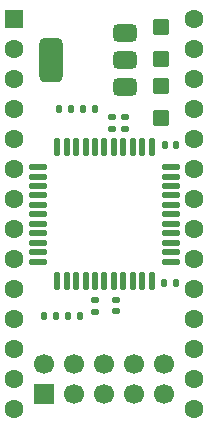
<source format=gbr>
%TF.GenerationSoftware,KiCad,Pcbnew,9.0.1*%
%TF.CreationDate,2025-05-01T11:14:46+01:00*%
%TF.ProjectId,SerialULA,53657269-616c-4554-9c41-2e6b69636164,01*%
%TF.SameCoordinates,Original*%
%TF.FileFunction,Soldermask,Top*%
%TF.FilePolarity,Negative*%
%FSLAX46Y46*%
G04 Gerber Fmt 4.6, Leading zero omitted, Abs format (unit mm)*
G04 Created by KiCad (PCBNEW 9.0.1) date 2025-05-01 11:14:46*
%MOMM*%
%LPD*%
G01*
G04 APERTURE LIST*
G04 Aperture macros list*
%AMRoundRect*
0 Rectangle with rounded corners*
0 $1 Rounding radius*
0 $2 $3 $4 $5 $6 $7 $8 $9 X,Y pos of 4 corners*
0 Add a 4 corners polygon primitive as box body*
4,1,4,$2,$3,$4,$5,$6,$7,$8,$9,$2,$3,0*
0 Add four circle primitives for the rounded corners*
1,1,$1+$1,$2,$3*
1,1,$1+$1,$4,$5*
1,1,$1+$1,$6,$7*
1,1,$1+$1,$8,$9*
0 Add four rect primitives between the rounded corners*
20,1,$1+$1,$2,$3,$4,$5,0*
20,1,$1+$1,$4,$5,$6,$7,0*
20,1,$1+$1,$6,$7,$8,$9,0*
20,1,$1+$1,$8,$9,$2,$3,0*%
G04 Aperture macros list end*
%ADD10RoundRect,0.135000X-0.185000X0.135000X-0.185000X-0.135000X0.185000X-0.135000X0.185000X0.135000X0*%
%ADD11R,1.700000X1.700000*%
%ADD12C,1.700000*%
%ADD13RoundRect,0.135000X0.135000X0.185000X-0.135000X0.185000X-0.135000X-0.185000X0.135000X-0.185000X0*%
%ADD14RoundRect,0.137500X-0.600000X-0.137500X0.600000X-0.137500X0.600000X0.137500X-0.600000X0.137500X0*%
%ADD15RoundRect,0.137500X-0.137500X-0.600000X0.137500X-0.600000X0.137500X0.600000X-0.137500X0.600000X0*%
%ADD16RoundRect,0.135000X-0.135000X-0.185000X0.135000X-0.185000X0.135000X0.185000X-0.135000X0.185000X0*%
%ADD17RoundRect,0.375000X0.625000X0.375000X-0.625000X0.375000X-0.625000X-0.375000X0.625000X-0.375000X0*%
%ADD18RoundRect,0.500000X0.500000X1.400000X-0.500000X1.400000X-0.500000X-1.400000X0.500000X-1.400000X0*%
%ADD19RoundRect,0.140000X-0.140000X-0.170000X0.140000X-0.170000X0.140000X0.170000X-0.140000X0.170000X0*%
%ADD20RoundRect,0.250000X-0.550000X-0.550000X0.550000X-0.550000X0.550000X0.550000X-0.550000X0.550000X0*%
%ADD21C,1.600000*%
%ADD22RoundRect,0.250000X-0.445000X0.457500X-0.445000X-0.457500X0.445000X-0.457500X0.445000X0.457500X0*%
%ADD23RoundRect,0.140000X0.170000X-0.140000X0.170000X0.140000X-0.170000X0.140000X-0.170000X-0.140000X0*%
%ADD24RoundRect,0.250000X0.445000X-0.457500X0.445000X0.457500X-0.445000X0.457500X-0.445000X-0.457500X0*%
G04 APERTURE END LIST*
D10*
%TO.C,R7*%
X84803000Y-63620000D03*
X84803000Y-64640000D03*
%TD*%
%TO.C,R2*%
X87381000Y-48124000D03*
X87381000Y-49144000D03*
%TD*%
%TO.C,R3*%
X86238000Y-48126000D03*
X86238000Y-49146000D03*
%TD*%
D11*
%TO.C,J1*%
X80523000Y-71623000D03*
D12*
X80523000Y-69083000D03*
X83063000Y-71623000D03*
X83063000Y-69083000D03*
X85603000Y-71623000D03*
X85603000Y-69083000D03*
X88143000Y-71623000D03*
X88143000Y-69083000D03*
X90683000Y-71623000D03*
X90683000Y-69083000D03*
%TD*%
D13*
%TO.C,R5*%
X83573000Y-65019000D03*
X82553000Y-65019000D03*
%TD*%
D14*
%TO.C,U1*%
X79940500Y-52383000D03*
X79940500Y-53183000D03*
X79940500Y-53983000D03*
X79940500Y-54783000D03*
X79940500Y-55583000D03*
X79940500Y-56383000D03*
X79940500Y-57183000D03*
X79940500Y-57983000D03*
X79940500Y-58783000D03*
X79940500Y-59583000D03*
X79940500Y-60383000D03*
D15*
X81603000Y-62045500D03*
X82403000Y-62045500D03*
X83203000Y-62045500D03*
X84003000Y-62045500D03*
X84803000Y-62045500D03*
X85603000Y-62045500D03*
X86403000Y-62045500D03*
X87203000Y-62045500D03*
X88003000Y-62045500D03*
X88803000Y-62045500D03*
X89603000Y-62045500D03*
D14*
X91265500Y-60383000D03*
X91265500Y-59583000D03*
X91265500Y-58783000D03*
X91265500Y-57983000D03*
X91265500Y-57183000D03*
X91265500Y-56383000D03*
X91265500Y-55583000D03*
X91265500Y-54783000D03*
X91265500Y-53983000D03*
X91265500Y-53183000D03*
X91265500Y-52383000D03*
D15*
X89603000Y-50720500D03*
X88803000Y-50720500D03*
X88003000Y-50720500D03*
X87203000Y-50720500D03*
X86403000Y-50720500D03*
X85603000Y-50720500D03*
X84803000Y-50720500D03*
X84003000Y-50720500D03*
X83203000Y-50720500D03*
X82403000Y-50720500D03*
X81603000Y-50720500D03*
%TD*%
D16*
%TO.C,R6*%
X80521000Y-65019000D03*
X81541000Y-65019000D03*
%TD*%
D17*
%TO.C,U2*%
X87356000Y-45602000D03*
X87356000Y-43302000D03*
D18*
X81056000Y-43302000D03*
D17*
X87356000Y-41002000D03*
%TD*%
D19*
%TO.C,C2*%
X90683000Y-62225000D03*
X91643000Y-62225000D03*
%TD*%
D20*
%TO.C,U3*%
X77983000Y-39873000D03*
D21*
X77983000Y-42413000D03*
X77983000Y-44953000D03*
X77983000Y-47493000D03*
X77983000Y-50033000D03*
X77983000Y-52573000D03*
X77983000Y-55113000D03*
X77983000Y-57653000D03*
X77983000Y-60193000D03*
X77983000Y-62733000D03*
X77983000Y-65273000D03*
X77983000Y-67813000D03*
X77983000Y-70353000D03*
X77983000Y-72893000D03*
X93223000Y-72893000D03*
X93223000Y-70353000D03*
X93223000Y-67813000D03*
X93223000Y-65273000D03*
X93223000Y-62733000D03*
X93223000Y-60193000D03*
X93223000Y-57653000D03*
X93223000Y-55113000D03*
X93223000Y-52573000D03*
X93223000Y-50033000D03*
X93223000Y-47493000D03*
X93223000Y-44953000D03*
X93223000Y-42413000D03*
X93223000Y-39873000D03*
%TD*%
D13*
%TO.C,R4*%
X82811000Y-47493000D03*
X81791000Y-47493000D03*
%TD*%
%TO.C,R1*%
X84843000Y-47493000D03*
X83823000Y-47493000D03*
%TD*%
D22*
%TO.C,C2.1*%
X90429000Y-40552500D03*
X90429000Y-43257500D03*
%TD*%
D23*
%TO.C,C1*%
X86619000Y-64610000D03*
X86619000Y-63650000D03*
%TD*%
D24*
%TO.C,C2.2*%
X90429000Y-48235900D03*
X90429000Y-45530900D03*
%TD*%
D19*
%TO.C,C3*%
X90711000Y-50541000D03*
X91671000Y-50541000D03*
%TD*%
M02*

</source>
